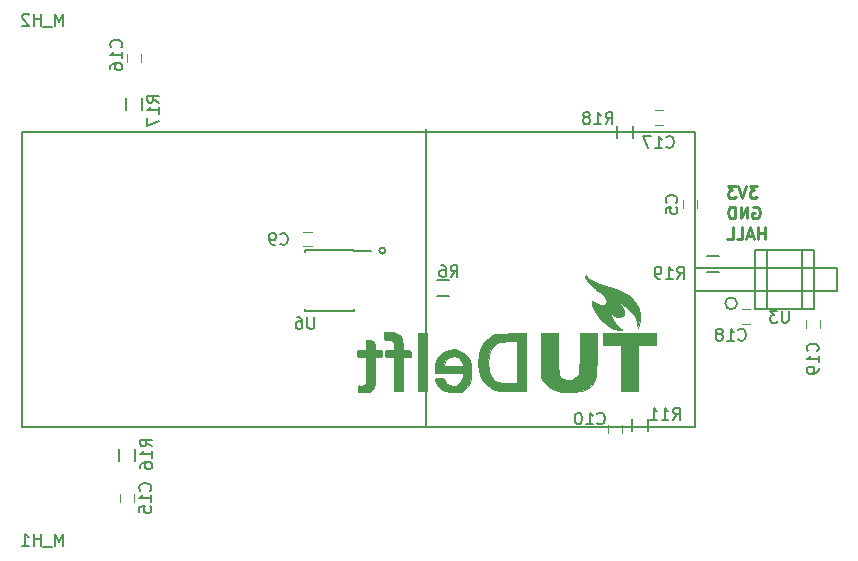
<source format=gbr>
G04 #@! TF.FileFunction,Legend,Bot*
%FSLAX46Y46*%
G04 Gerber Fmt 4.6, Leading zero omitted, Abs format (unit mm)*
G04 Created by KiCad (PCBNEW 4.0.4-stable) date 02/07/17 14:21:35*
%MOMM*%
%LPD*%
G01*
G04 APERTURE LIST*
%ADD10C,0.100000*%
%ADD11C,0.250000*%
%ADD12C,0.200000*%
%ADD13C,0.150000*%
%ADD14C,0.120000*%
%ADD15C,0.010000*%
G04 APERTURE END LIST*
D10*
D11*
X149949048Y-76322381D02*
X149330000Y-76322381D01*
X149663334Y-76703333D01*
X149520476Y-76703333D01*
X149425238Y-76750952D01*
X149377619Y-76798571D01*
X149330000Y-76893810D01*
X149330000Y-77131905D01*
X149377619Y-77227143D01*
X149425238Y-77274762D01*
X149520476Y-77322381D01*
X149806191Y-77322381D01*
X149901429Y-77274762D01*
X149949048Y-77227143D01*
X149044286Y-76322381D02*
X148710953Y-77322381D01*
X148377619Y-76322381D01*
X148139524Y-76322381D02*
X147520476Y-76322381D01*
X147853810Y-76703333D01*
X147710952Y-76703333D01*
X147615714Y-76750952D01*
X147568095Y-76798571D01*
X147520476Y-76893810D01*
X147520476Y-77131905D01*
X147568095Y-77227143D01*
X147615714Y-77274762D01*
X147710952Y-77322381D01*
X147996667Y-77322381D01*
X148091905Y-77274762D01*
X148139524Y-77227143D01*
X149615714Y-78120000D02*
X149710952Y-78072381D01*
X149853809Y-78072381D01*
X149996667Y-78120000D01*
X150091905Y-78215238D01*
X150139524Y-78310476D01*
X150187143Y-78500952D01*
X150187143Y-78643810D01*
X150139524Y-78834286D01*
X150091905Y-78929524D01*
X149996667Y-79024762D01*
X149853809Y-79072381D01*
X149758571Y-79072381D01*
X149615714Y-79024762D01*
X149568095Y-78977143D01*
X149568095Y-78643810D01*
X149758571Y-78643810D01*
X149139524Y-79072381D02*
X149139524Y-78072381D01*
X148568095Y-79072381D01*
X148568095Y-78072381D01*
X148091905Y-79072381D02*
X148091905Y-78072381D01*
X147853810Y-78072381D01*
X147710952Y-78120000D01*
X147615714Y-78215238D01*
X147568095Y-78310476D01*
X147520476Y-78500952D01*
X147520476Y-78643810D01*
X147568095Y-78834286D01*
X147615714Y-78929524D01*
X147710952Y-79024762D01*
X147853810Y-79072381D01*
X148091905Y-79072381D01*
X150615715Y-80822381D02*
X150615715Y-79822381D01*
X150615715Y-80298571D02*
X150044286Y-80298571D01*
X150044286Y-80822381D02*
X150044286Y-79822381D01*
X149615715Y-80536667D02*
X149139524Y-80536667D01*
X149710953Y-80822381D02*
X149377620Y-79822381D01*
X149044286Y-80822381D01*
X148234762Y-80822381D02*
X148710953Y-80822381D01*
X148710953Y-79822381D01*
X147425238Y-80822381D02*
X147901429Y-80822381D01*
X147901429Y-79822381D01*
D12*
X118492982Y-81800000D02*
G75*
G03X118492982Y-81800000I-252982J0D01*
G01*
X156695000Y-85245000D02*
X144695000Y-85245000D01*
X156695000Y-83245000D02*
X156695000Y-85245000D01*
X144695000Y-83245000D02*
X156695000Y-83245000D01*
X121945000Y-71495000D02*
X121945000Y-96745000D01*
X87695000Y-71745000D02*
X144695000Y-71745000D01*
X87695000Y-96745000D02*
X87695000Y-71745000D01*
X144695000Y-96745000D02*
X87695000Y-96745000D01*
X144695000Y-84245000D02*
X144695000Y-96745000D01*
X144695000Y-84245000D02*
X144695000Y-71745000D01*
D13*
X122850000Y-85635000D02*
X123850000Y-85635000D01*
X123850000Y-84285000D02*
X122850000Y-84285000D01*
D14*
X143680000Y-77520000D02*
X143680000Y-78220000D01*
X144880000Y-78220000D02*
X144880000Y-77520000D01*
X111545000Y-81415000D02*
X112245000Y-81415000D01*
X112245000Y-80215000D02*
X111545000Y-80215000D01*
X96020000Y-102400000D02*
X96020000Y-103100000D01*
X97220000Y-103100000D02*
X97220000Y-102400000D01*
X97790000Y-65860000D02*
X97790000Y-65160000D01*
X96590000Y-65160000D02*
X96590000Y-65860000D01*
D13*
X95945000Y-98590000D02*
X95945000Y-99590000D01*
X97295000Y-99590000D02*
X97295000Y-98590000D01*
X97875000Y-69870000D02*
X97875000Y-68870000D01*
X96525000Y-68870000D02*
X96525000Y-69870000D01*
X153770000Y-86760000D02*
X153770000Y-81760000D01*
X150770000Y-86760000D02*
X150770000Y-81760000D01*
X148270000Y-86260000D02*
G75*
G03X148270000Y-86260000I-500000J0D01*
G01*
X149770000Y-86760000D02*
X149770000Y-81760000D01*
X149770000Y-81760000D02*
X154770000Y-81760000D01*
X154770000Y-81760000D02*
X154770000Y-86760000D01*
X154770000Y-86760000D02*
X149770000Y-86760000D01*
X115860000Y-81750000D02*
X115860000Y-81800000D01*
X111710000Y-81750000D02*
X111710000Y-81895000D01*
X111710000Y-86900000D02*
X111710000Y-86755000D01*
X115860000Y-86900000D02*
X115860000Y-86755000D01*
X115860000Y-81750000D02*
X111710000Y-81750000D01*
X115860000Y-86900000D02*
X111710000Y-86900000D01*
X115860000Y-81800000D02*
X117260000Y-81800000D01*
D15*
G36*
X134946342Y-90537448D02*
X134920334Y-92280228D01*
X134643831Y-92527114D01*
X134301779Y-92728856D01*
X133921781Y-92771116D01*
X133535613Y-92653350D01*
X133395852Y-92566911D01*
X133289329Y-92455890D01*
X133211621Y-92297843D01*
X133158309Y-92070324D01*
X133124971Y-91750891D01*
X133107188Y-91317099D01*
X133100538Y-90746505D01*
X133100000Y-90441683D01*
X133100000Y-88794667D01*
X131649027Y-88794667D01*
X131676014Y-90692625D01*
X131703000Y-92590583D01*
X131957775Y-92952832D01*
X132256053Y-93273749D01*
X132628778Y-93529559D01*
X132632288Y-93531374D01*
X132852343Y-93633235D01*
X133069023Y-93699421D01*
X133330836Y-93738630D01*
X133686290Y-93759558D01*
X133943847Y-93766525D01*
X134525238Y-93761936D01*
X134945037Y-93719918D01*
X135145141Y-93667902D01*
X135564813Y-93470610D01*
X135871578Y-93223961D01*
X136121824Y-92882159D01*
X136130304Y-92867822D01*
X136205492Y-92735864D01*
X136262501Y-92613050D01*
X136304259Y-92473918D01*
X136333689Y-92293007D01*
X136353719Y-92044856D01*
X136367274Y-91704002D01*
X136377280Y-91244984D01*
X136386663Y-90642341D01*
X136386754Y-90636167D01*
X136413840Y-88794667D01*
X134972351Y-88794667D01*
X134946342Y-90537448D01*
X134946342Y-90537448D01*
G37*
X134946342Y-90537448D02*
X134920334Y-92280228D01*
X134643831Y-92527114D01*
X134301779Y-92728856D01*
X133921781Y-92771116D01*
X133535613Y-92653350D01*
X133395852Y-92566911D01*
X133289329Y-92455890D01*
X133211621Y-92297843D01*
X133158309Y-92070324D01*
X133124971Y-91750891D01*
X133107188Y-91317099D01*
X133100538Y-90746505D01*
X133100000Y-90441683D01*
X133100000Y-88794667D01*
X131649027Y-88794667D01*
X131676014Y-90692625D01*
X131703000Y-92590583D01*
X131957775Y-92952832D01*
X132256053Y-93273749D01*
X132628778Y-93529559D01*
X132632288Y-93531374D01*
X132852343Y-93633235D01*
X133069023Y-93699421D01*
X133330836Y-93738630D01*
X133686290Y-93759558D01*
X133943847Y-93766525D01*
X134525238Y-93761936D01*
X134945037Y-93719918D01*
X135145141Y-93667902D01*
X135564813Y-93470610D01*
X135871578Y-93223961D01*
X136121824Y-92882159D01*
X136130304Y-92867822D01*
X136205492Y-92735864D01*
X136262501Y-92613050D01*
X136304259Y-92473918D01*
X136333689Y-92293007D01*
X136353719Y-92044856D01*
X136367274Y-91704002D01*
X136377280Y-91244984D01*
X136386663Y-90642341D01*
X136386754Y-90636167D01*
X136413840Y-88794667D01*
X134972351Y-88794667D01*
X134946342Y-90537448D01*
G36*
X123880604Y-90186974D02*
X123444774Y-90339834D01*
X123077496Y-90615655D01*
X122825826Y-91005816D01*
X122699433Y-91492552D01*
X122686000Y-91733607D01*
X122686000Y-92181334D01*
X125078823Y-92181334D01*
X125028352Y-92498834D01*
X124914332Y-92803063D01*
X124701687Y-93064084D01*
X124436285Y-93237045D01*
X124227504Y-93282000D01*
X123913796Y-93206470D01*
X123652337Y-93008541D01*
X123529419Y-92807789D01*
X123455404Y-92680105D01*
X123325983Y-92620326D01*
X123086703Y-92604719D01*
X123063391Y-92604667D01*
X122828467Y-92611351D01*
X122724791Y-92645934D01*
X122714390Y-92730215D01*
X122731511Y-92795167D01*
X122917052Y-93221691D01*
X123189947Y-93521549D01*
X123566981Y-93705667D01*
X124064934Y-93784970D01*
X124259659Y-93790000D01*
X124620671Y-93777954D01*
X124872448Y-93733339D01*
X125073921Y-93643442D01*
X125142615Y-93599500D01*
X125439658Y-93332092D01*
X125637117Y-92988229D01*
X125745708Y-92541070D01*
X125776334Y-92012000D01*
X125769518Y-91635101D01*
X125759721Y-91543614D01*
X125056667Y-91543614D01*
X124978136Y-91562974D01*
X124767056Y-91578166D01*
X124460201Y-91587132D01*
X124252334Y-91588667D01*
X123871467Y-91584502D01*
X123630528Y-91568792D01*
X123500242Y-91536711D01*
X123451337Y-91483435D01*
X123448000Y-91456101D01*
X123507262Y-91224480D01*
X123652130Y-90980866D01*
X123779330Y-90850526D01*
X123992181Y-90768143D01*
X124278936Y-90749355D01*
X124555907Y-90795807D01*
X124646068Y-90833482D01*
X124776260Y-90960895D01*
X124916397Y-91174915D01*
X125023542Y-91401286D01*
X125056667Y-91543614D01*
X125759721Y-91543614D01*
X125741115Y-91369890D01*
X125679194Y-91158996D01*
X125571821Y-90945049D01*
X125544697Y-90898299D01*
X125233013Y-90522983D01*
X124830939Y-90273784D01*
X124369721Y-90159011D01*
X123880604Y-90186974D01*
X123880604Y-90186974D01*
G37*
X123880604Y-90186974D02*
X123444774Y-90339834D01*
X123077496Y-90615655D01*
X122825826Y-91005816D01*
X122699433Y-91492552D01*
X122686000Y-91733607D01*
X122686000Y-92181334D01*
X125078823Y-92181334D01*
X125028352Y-92498834D01*
X124914332Y-92803063D01*
X124701687Y-93064084D01*
X124436285Y-93237045D01*
X124227504Y-93282000D01*
X123913796Y-93206470D01*
X123652337Y-93008541D01*
X123529419Y-92807789D01*
X123455404Y-92680105D01*
X123325983Y-92620326D01*
X123086703Y-92604719D01*
X123063391Y-92604667D01*
X122828467Y-92611351D01*
X122724791Y-92645934D01*
X122714390Y-92730215D01*
X122731511Y-92795167D01*
X122917052Y-93221691D01*
X123189947Y-93521549D01*
X123566981Y-93705667D01*
X124064934Y-93784970D01*
X124259659Y-93790000D01*
X124620671Y-93777954D01*
X124872448Y-93733339D01*
X125073921Y-93643442D01*
X125142615Y-93599500D01*
X125439658Y-93332092D01*
X125637117Y-92988229D01*
X125745708Y-92541070D01*
X125776334Y-92012000D01*
X125769518Y-91635101D01*
X125759721Y-91543614D01*
X125056667Y-91543614D01*
X124978136Y-91562974D01*
X124767056Y-91578166D01*
X124460201Y-91587132D01*
X124252334Y-91588667D01*
X123871467Y-91584502D01*
X123630528Y-91568792D01*
X123500242Y-91536711D01*
X123451337Y-91483435D01*
X123448000Y-91456101D01*
X123507262Y-91224480D01*
X123652130Y-90980866D01*
X123779330Y-90850526D01*
X123992181Y-90768143D01*
X124278936Y-90749355D01*
X124555907Y-90795807D01*
X124646068Y-90833482D01*
X124776260Y-90960895D01*
X124916397Y-91174915D01*
X125023542Y-91401286D01*
X125056667Y-91543614D01*
X125759721Y-91543614D01*
X125741115Y-91369890D01*
X125679194Y-91158996D01*
X125571821Y-90945049D01*
X125544697Y-90898299D01*
X125233013Y-90522983D01*
X124830939Y-90273784D01*
X124369721Y-90159011D01*
X123880604Y-90186974D01*
G36*
X116869364Y-89370475D02*
X116847476Y-89514131D01*
X116844000Y-89762628D01*
X116844000Y-90234000D01*
X116463000Y-90234000D01*
X116228897Y-90240326D01*
X116118042Y-90283200D01*
X116084351Y-90398464D01*
X116082000Y-90530334D01*
X116090134Y-90712414D01*
X116145257Y-90798634D01*
X116293454Y-90824839D01*
X116463000Y-90826667D01*
X116844000Y-90826667D01*
X116844000Y-91966688D01*
X116841843Y-92431247D01*
X116832972Y-92754792D01*
X116813787Y-92965614D01*
X116780689Y-93092005D01*
X116730078Y-93162255D01*
X116688355Y-93190008D01*
X116479962Y-93237836D01*
X116349689Y-93225445D01*
X116228352Y-93213530D01*
X116176931Y-93291581D01*
X116166667Y-93483792D01*
X116166667Y-93790000D01*
X116678516Y-93790000D01*
X116989083Y-93778335D01*
X117191007Y-93731831D01*
X117344064Y-93633226D01*
X117398182Y-93582182D01*
X117478044Y-93495678D01*
X117534288Y-93402606D01*
X117571050Y-93273481D01*
X117592464Y-93078818D01*
X117602668Y-92789129D01*
X117605797Y-92374929D01*
X117606000Y-92100515D01*
X117606000Y-90826667D01*
X117902334Y-90826667D01*
X118100946Y-90813560D01*
X118182398Y-90739614D01*
X118198630Y-90552889D01*
X118198667Y-90530334D01*
X118185561Y-90331722D01*
X118111614Y-90250269D01*
X117924889Y-90234037D01*
X117902334Y-90234000D01*
X117713007Y-90223867D01*
X117628575Y-90161017D01*
X117606710Y-89996776D01*
X117606000Y-89893238D01*
X117597486Y-89700393D01*
X117548375Y-89576079D01*
X117423317Y-89486730D01*
X117186962Y-89398780D01*
X117034500Y-89350600D01*
X116926197Y-89327877D01*
X116869364Y-89370475D01*
X116869364Y-89370475D01*
G37*
X116869364Y-89370475D02*
X116847476Y-89514131D01*
X116844000Y-89762628D01*
X116844000Y-90234000D01*
X116463000Y-90234000D01*
X116228897Y-90240326D01*
X116118042Y-90283200D01*
X116084351Y-90398464D01*
X116082000Y-90530334D01*
X116090134Y-90712414D01*
X116145257Y-90798634D01*
X116293454Y-90824839D01*
X116463000Y-90826667D01*
X116844000Y-90826667D01*
X116844000Y-91966688D01*
X116841843Y-92431247D01*
X116832972Y-92754792D01*
X116813787Y-92965614D01*
X116780689Y-93092005D01*
X116730078Y-93162255D01*
X116688355Y-93190008D01*
X116479962Y-93237836D01*
X116349689Y-93225445D01*
X116228352Y-93213530D01*
X116176931Y-93291581D01*
X116166667Y-93483792D01*
X116166667Y-93790000D01*
X116678516Y-93790000D01*
X116989083Y-93778335D01*
X117191007Y-93731831D01*
X117344064Y-93633226D01*
X117398182Y-93582182D01*
X117478044Y-93495678D01*
X117534288Y-93402606D01*
X117571050Y-93273481D01*
X117592464Y-93078818D01*
X117602668Y-92789129D01*
X117605797Y-92374929D01*
X117606000Y-92100515D01*
X117606000Y-90826667D01*
X117902334Y-90826667D01*
X118100946Y-90813560D01*
X118182398Y-90739614D01*
X118198630Y-90552889D01*
X118198667Y-90530334D01*
X118185561Y-90331722D01*
X118111614Y-90250269D01*
X117924889Y-90234037D01*
X117902334Y-90234000D01*
X117713007Y-90223867D01*
X117628575Y-90161017D01*
X117606710Y-89996776D01*
X117606000Y-89893238D01*
X117597486Y-89700393D01*
X117548375Y-89576079D01*
X117423317Y-89486730D01*
X117186962Y-89398780D01*
X117034500Y-89350600D01*
X116926197Y-89327877D01*
X116869364Y-89370475D01*
G36*
X136910000Y-89810667D02*
X138434000Y-89810667D01*
X138434000Y-93705334D01*
X139873334Y-93705334D01*
X139873334Y-89810667D01*
X141397334Y-89810667D01*
X141397334Y-88794667D01*
X136910000Y-88794667D01*
X136910000Y-89810667D01*
X136910000Y-89810667D01*
G37*
X136910000Y-89810667D02*
X138434000Y-89810667D01*
X138434000Y-93705334D01*
X139873334Y-93705334D01*
X139873334Y-89810667D01*
X141397334Y-89810667D01*
X141397334Y-88794667D01*
X136910000Y-88794667D01*
X136910000Y-89810667D01*
G36*
X129099500Y-88808235D02*
X128601570Y-88820739D01*
X128239414Y-88836079D01*
X127979492Y-88859565D01*
X127788262Y-88896504D01*
X127632185Y-88952203D01*
X127477719Y-89031972D01*
X127399597Y-89077253D01*
X126967263Y-89423489D01*
X126649254Y-89889019D01*
X126442194Y-90479222D01*
X126404356Y-90663532D01*
X126348461Y-91340008D01*
X126421723Y-91973587D01*
X126615609Y-92540613D01*
X126921586Y-93017431D01*
X127331122Y-93380386D01*
X127399597Y-93422748D01*
X127564314Y-93515111D01*
X127715512Y-93581011D01*
X127886732Y-93625755D01*
X128111514Y-93654653D01*
X128423399Y-93673011D01*
X128855929Y-93686137D01*
X129099500Y-93691766D01*
X130390667Y-93720531D01*
X130390667Y-93028000D01*
X129628667Y-93028000D01*
X128942963Y-93028000D01*
X128421478Y-93002175D01*
X128049491Y-92923561D01*
X127961741Y-92887768D01*
X127729822Y-92727168D01*
X127503927Y-92493343D01*
X127440945Y-92407242D01*
X127331385Y-92224542D01*
X127264272Y-92048502D01*
X127229469Y-91829239D01*
X127216838Y-91516867D01*
X127215667Y-91298641D01*
X127242565Y-90745748D01*
X127330759Y-90323782D01*
X127491499Y-90001899D01*
X127736033Y-89749257D01*
X127797605Y-89703166D01*
X127961030Y-89607592D01*
X128157291Y-89545717D01*
X128431309Y-89508190D01*
X128828005Y-89485657D01*
X128845500Y-89484994D01*
X129628667Y-89455654D01*
X129628667Y-93028000D01*
X130390667Y-93028000D01*
X130390667Y-88779469D01*
X129099500Y-88808235D01*
X129099500Y-88808235D01*
G37*
X129099500Y-88808235D02*
X128601570Y-88820739D01*
X128239414Y-88836079D01*
X127979492Y-88859565D01*
X127788262Y-88896504D01*
X127632185Y-88952203D01*
X127477719Y-89031972D01*
X127399597Y-89077253D01*
X126967263Y-89423489D01*
X126649254Y-89889019D01*
X126442194Y-90479222D01*
X126404356Y-90663532D01*
X126348461Y-91340008D01*
X126421723Y-91973587D01*
X126615609Y-92540613D01*
X126921586Y-93017431D01*
X127331122Y-93380386D01*
X127399597Y-93422748D01*
X127564314Y-93515111D01*
X127715512Y-93581011D01*
X127886732Y-93625755D01*
X128111514Y-93654653D01*
X128423399Y-93673011D01*
X128855929Y-93686137D01*
X129099500Y-93691766D01*
X130390667Y-93720531D01*
X130390667Y-93028000D01*
X129628667Y-93028000D01*
X128942963Y-93028000D01*
X128421478Y-93002175D01*
X128049491Y-92923561D01*
X127961741Y-92887768D01*
X127729822Y-92727168D01*
X127503927Y-92493343D01*
X127440945Y-92407242D01*
X127331385Y-92224542D01*
X127264272Y-92048502D01*
X127229469Y-91829239D01*
X127216838Y-91516867D01*
X127215667Y-91298641D01*
X127242565Y-90745748D01*
X127330759Y-90323782D01*
X127491499Y-90001899D01*
X127736033Y-89749257D01*
X127797605Y-89703166D01*
X127961030Y-89607592D01*
X128157291Y-89545717D01*
X128431309Y-89508190D01*
X128828005Y-89485657D01*
X128845500Y-89484994D01*
X129628667Y-89455654D01*
X129628667Y-93028000D01*
X130390667Y-93028000D01*
X130390667Y-88779469D01*
X129099500Y-88808235D01*
G36*
X121246667Y-93705334D02*
X122008667Y-93705334D01*
X122008667Y-88794667D01*
X121246667Y-88794667D01*
X121246667Y-93705334D01*
X121246667Y-93705334D01*
G37*
X121246667Y-93705334D02*
X122008667Y-93705334D01*
X122008667Y-88794667D01*
X121246667Y-88794667D01*
X121246667Y-93705334D01*
G36*
X118368000Y-89057845D02*
X118376178Y-89276140D01*
X118419274Y-89365328D01*
X118525135Y-89365486D01*
X118573791Y-89354040D01*
X118813310Y-89344556D01*
X118997125Y-89385100D01*
X119133932Y-89460125D01*
X119197637Y-89584253D01*
X119214536Y-89813791D01*
X119214667Y-89850905D01*
X119214667Y-90234000D01*
X118833667Y-90234000D01*
X118599564Y-90240326D01*
X118488709Y-90283200D01*
X118455017Y-90398464D01*
X118452667Y-90530334D01*
X118460801Y-90712414D01*
X118515924Y-90798634D01*
X118664121Y-90824839D01*
X118833667Y-90826667D01*
X119214667Y-90826667D01*
X119214667Y-93705334D01*
X119976667Y-93705334D01*
X119976667Y-90826667D01*
X120315334Y-90826667D01*
X120532170Y-90817696D01*
X120628533Y-90762304D01*
X120653243Y-90617774D01*
X120654000Y-90530334D01*
X120643748Y-90340602D01*
X120580443Y-90256284D01*
X120415266Y-90234663D01*
X120315334Y-90234000D01*
X119976667Y-90234000D01*
X119976667Y-89806462D01*
X119930524Y-89356252D01*
X119783588Y-89034311D01*
X119523094Y-88828438D01*
X119136281Y-88726433D01*
X118829683Y-88710000D01*
X118368000Y-88710000D01*
X118368000Y-89057845D01*
X118368000Y-89057845D01*
G37*
X118368000Y-89057845D02*
X118376178Y-89276140D01*
X118419274Y-89365328D01*
X118525135Y-89365486D01*
X118573791Y-89354040D01*
X118813310Y-89344556D01*
X118997125Y-89385100D01*
X119133932Y-89460125D01*
X119197637Y-89584253D01*
X119214536Y-89813791D01*
X119214667Y-89850905D01*
X119214667Y-90234000D01*
X118833667Y-90234000D01*
X118599564Y-90240326D01*
X118488709Y-90283200D01*
X118455017Y-90398464D01*
X118452667Y-90530334D01*
X118460801Y-90712414D01*
X118515924Y-90798634D01*
X118664121Y-90824839D01*
X118833667Y-90826667D01*
X119214667Y-90826667D01*
X119214667Y-93705334D01*
X119976667Y-93705334D01*
X119976667Y-90826667D01*
X120315334Y-90826667D01*
X120532170Y-90817696D01*
X120628533Y-90762304D01*
X120653243Y-90617774D01*
X120654000Y-90530334D01*
X120643748Y-90340602D01*
X120580443Y-90256284D01*
X120415266Y-90234663D01*
X120315334Y-90234000D01*
X119976667Y-90234000D01*
X119976667Y-89806462D01*
X119930524Y-89356252D01*
X119783588Y-89034311D01*
X119523094Y-88828438D01*
X119136281Y-88726433D01*
X118829683Y-88710000D01*
X118368000Y-88710000D01*
X118368000Y-89057845D01*
G36*
X135411358Y-83928731D02*
X135386000Y-84048612D01*
X135439570Y-84234063D01*
X135608015Y-84459816D01*
X135902945Y-84738436D01*
X136335966Y-85082487D01*
X136352858Y-85095187D01*
X136755663Y-85412842D01*
X137024885Y-85666297D01*
X137174511Y-85874393D01*
X137218531Y-86055970D01*
X137180521Y-86209887D01*
X137023499Y-86381810D01*
X136783729Y-86418861D01*
X136481037Y-86320897D01*
X136304874Y-86216225D01*
X136110111Y-86099817D01*
X135977572Y-86049915D01*
X135953010Y-86054547D01*
X135948294Y-86163226D01*
X136006132Y-86374912D01*
X136109363Y-86643215D01*
X136240825Y-86921745D01*
X136336806Y-87092043D01*
X136675948Y-87556048D01*
X137074591Y-87961905D01*
X137487032Y-88265463D01*
X137629667Y-88341002D01*
X137923503Y-88455870D01*
X138195991Y-88524299D01*
X138406121Y-88540143D01*
X138512882Y-88497253D01*
X138518667Y-88474255D01*
X138453059Y-88390601D01*
X138292897Y-88274739D01*
X138270884Y-88261474D01*
X137993215Y-88019157D01*
X137759870Y-87671993D01*
X137622909Y-87317514D01*
X137560618Y-87068028D01*
X137797060Y-87254014D01*
X138062181Y-87395733D01*
X138333685Y-87435464D01*
X138552770Y-87366923D01*
X138586400Y-87338400D01*
X138673643Y-87147834D01*
X138672647Y-86892147D01*
X138584796Y-86649894D01*
X138573984Y-86633339D01*
X138382655Y-86347240D01*
X138287822Y-86182621D01*
X138296320Y-86137247D01*
X138414981Y-86208878D01*
X138650637Y-86395277D01*
X138834949Y-86547869D01*
X139233038Y-86903686D01*
X139507133Y-87216270D01*
X139681693Y-87523845D01*
X139781178Y-87864634D01*
X139812192Y-88075000D01*
X139840665Y-88329000D01*
X139941666Y-88090655D01*
X140036319Y-87693377D01*
X140035319Y-87224798D01*
X139943383Y-86750002D01*
X139821895Y-86437550D01*
X139549169Y-86022897D01*
X139163240Y-85659022D01*
X138650368Y-85337353D01*
X137996810Y-85049315D01*
X137188825Y-84786336D01*
X137164000Y-84779293D01*
X136652413Y-84615978D01*
X136211368Y-84438865D01*
X135867280Y-84260905D01*
X135646560Y-84095046D01*
X135583414Y-84004387D01*
X135494455Y-83891711D01*
X135411358Y-83928731D01*
X135411358Y-83928731D01*
G37*
X135411358Y-83928731D02*
X135386000Y-84048612D01*
X135439570Y-84234063D01*
X135608015Y-84459816D01*
X135902945Y-84738436D01*
X136335966Y-85082487D01*
X136352858Y-85095187D01*
X136755663Y-85412842D01*
X137024885Y-85666297D01*
X137174511Y-85874393D01*
X137218531Y-86055970D01*
X137180521Y-86209887D01*
X137023499Y-86381810D01*
X136783729Y-86418861D01*
X136481037Y-86320897D01*
X136304874Y-86216225D01*
X136110111Y-86099817D01*
X135977572Y-86049915D01*
X135953010Y-86054547D01*
X135948294Y-86163226D01*
X136006132Y-86374912D01*
X136109363Y-86643215D01*
X136240825Y-86921745D01*
X136336806Y-87092043D01*
X136675948Y-87556048D01*
X137074591Y-87961905D01*
X137487032Y-88265463D01*
X137629667Y-88341002D01*
X137923503Y-88455870D01*
X138195991Y-88524299D01*
X138406121Y-88540143D01*
X138512882Y-88497253D01*
X138518667Y-88474255D01*
X138453059Y-88390601D01*
X138292897Y-88274739D01*
X138270884Y-88261474D01*
X137993215Y-88019157D01*
X137759870Y-87671993D01*
X137622909Y-87317514D01*
X137560618Y-87068028D01*
X137797060Y-87254014D01*
X138062181Y-87395733D01*
X138333685Y-87435464D01*
X138552770Y-87366923D01*
X138586400Y-87338400D01*
X138673643Y-87147834D01*
X138672647Y-86892147D01*
X138584796Y-86649894D01*
X138573984Y-86633339D01*
X138382655Y-86347240D01*
X138287822Y-86182621D01*
X138296320Y-86137247D01*
X138414981Y-86208878D01*
X138650637Y-86395277D01*
X138834949Y-86547869D01*
X139233038Y-86903686D01*
X139507133Y-87216270D01*
X139681693Y-87523845D01*
X139781178Y-87864634D01*
X139812192Y-88075000D01*
X139840665Y-88329000D01*
X139941666Y-88090655D01*
X140036319Y-87693377D01*
X140035319Y-87224798D01*
X139943383Y-86750002D01*
X139821895Y-86437550D01*
X139549169Y-86022897D01*
X139163240Y-85659022D01*
X138650368Y-85337353D01*
X137996810Y-85049315D01*
X137188825Y-84786336D01*
X137164000Y-84779293D01*
X136652413Y-84615978D01*
X136211368Y-84438865D01*
X135867280Y-84260905D01*
X135646560Y-84095046D01*
X135583414Y-84004387D01*
X135494455Y-83891711D01*
X135411358Y-83928731D01*
D14*
X138550000Y-97260000D02*
X138550000Y-96560000D01*
X137350000Y-96560000D02*
X137350000Y-97260000D01*
X141310000Y-71120000D02*
X142010000Y-71120000D01*
X142010000Y-69920000D02*
X141310000Y-69920000D01*
D13*
X139355000Y-96060000D02*
X139355000Y-97060000D01*
X140705000Y-97060000D02*
X140705000Y-96060000D01*
X139445000Y-72230000D02*
X139445000Y-71230000D01*
X138095000Y-71230000D02*
X138095000Y-72230000D01*
D14*
X149400000Y-86770000D02*
X148700000Y-86770000D01*
X148700000Y-87970000D02*
X149400000Y-87970000D01*
X154130000Y-87630000D02*
X154130000Y-88330000D01*
X155330000Y-88330000D02*
X155330000Y-87630000D01*
D13*
X145760000Y-83595000D02*
X146760000Y-83595000D01*
X146760000Y-82245000D02*
X145760000Y-82245000D01*
X124026666Y-84032381D02*
X124360000Y-83556190D01*
X124598095Y-84032381D02*
X124598095Y-83032381D01*
X124217142Y-83032381D01*
X124121904Y-83080000D01*
X124074285Y-83127619D01*
X124026666Y-83222857D01*
X124026666Y-83365714D01*
X124074285Y-83460952D01*
X124121904Y-83508571D01*
X124217142Y-83556190D01*
X124598095Y-83556190D01*
X123169523Y-83032381D02*
X123360000Y-83032381D01*
X123455238Y-83080000D01*
X123502857Y-83127619D01*
X123598095Y-83270476D01*
X123645714Y-83460952D01*
X123645714Y-83841905D01*
X123598095Y-83937143D01*
X123550476Y-83984762D01*
X123455238Y-84032381D01*
X123264761Y-84032381D01*
X123169523Y-83984762D01*
X123121904Y-83937143D01*
X123074285Y-83841905D01*
X123074285Y-83603810D01*
X123121904Y-83508571D01*
X123169523Y-83460952D01*
X123264761Y-83413333D01*
X123455238Y-83413333D01*
X123550476Y-83460952D01*
X123598095Y-83508571D01*
X123645714Y-83603810D01*
X143122143Y-77728334D02*
X143169762Y-77680715D01*
X143217381Y-77537858D01*
X143217381Y-77442620D01*
X143169762Y-77299762D01*
X143074524Y-77204524D01*
X142979286Y-77156905D01*
X142788810Y-77109286D01*
X142645952Y-77109286D01*
X142455476Y-77156905D01*
X142360238Y-77204524D01*
X142265000Y-77299762D01*
X142217381Y-77442620D01*
X142217381Y-77537858D01*
X142265000Y-77680715D01*
X142312619Y-77728334D01*
X142217381Y-78633096D02*
X142217381Y-78156905D01*
X142693571Y-78109286D01*
X142645952Y-78156905D01*
X142598333Y-78252143D01*
X142598333Y-78490239D01*
X142645952Y-78585477D01*
X142693571Y-78633096D01*
X142788810Y-78680715D01*
X143026905Y-78680715D01*
X143122143Y-78633096D01*
X143169762Y-78585477D01*
X143217381Y-78490239D01*
X143217381Y-78252143D01*
X143169762Y-78156905D01*
X143122143Y-78109286D01*
X109606666Y-81207143D02*
X109654285Y-81254762D01*
X109797142Y-81302381D01*
X109892380Y-81302381D01*
X110035238Y-81254762D01*
X110130476Y-81159524D01*
X110178095Y-81064286D01*
X110225714Y-80873810D01*
X110225714Y-80730952D01*
X110178095Y-80540476D01*
X110130476Y-80445238D01*
X110035238Y-80350000D01*
X109892380Y-80302381D01*
X109797142Y-80302381D01*
X109654285Y-80350000D01*
X109606666Y-80397619D01*
X109130476Y-81302381D02*
X108940000Y-81302381D01*
X108844761Y-81254762D01*
X108797142Y-81207143D01*
X108701904Y-81064286D01*
X108654285Y-80873810D01*
X108654285Y-80492857D01*
X108701904Y-80397619D01*
X108749523Y-80350000D01*
X108844761Y-80302381D01*
X109035238Y-80302381D01*
X109130476Y-80350000D01*
X109178095Y-80397619D01*
X109225714Y-80492857D01*
X109225714Y-80730952D01*
X109178095Y-80826190D01*
X109130476Y-80873810D01*
X109035238Y-80921429D01*
X108844761Y-80921429D01*
X108749523Y-80873810D01*
X108701904Y-80826190D01*
X108654285Y-80730952D01*
X98567143Y-102107143D02*
X98614762Y-102059524D01*
X98662381Y-101916667D01*
X98662381Y-101821429D01*
X98614762Y-101678571D01*
X98519524Y-101583333D01*
X98424286Y-101535714D01*
X98233810Y-101488095D01*
X98090952Y-101488095D01*
X97900476Y-101535714D01*
X97805238Y-101583333D01*
X97710000Y-101678571D01*
X97662381Y-101821429D01*
X97662381Y-101916667D01*
X97710000Y-102059524D01*
X97757619Y-102107143D01*
X98662381Y-103059524D02*
X98662381Y-102488095D01*
X98662381Y-102773809D02*
X97662381Y-102773809D01*
X97805238Y-102678571D01*
X97900476Y-102583333D01*
X97948095Y-102488095D01*
X97662381Y-103964286D02*
X97662381Y-103488095D01*
X98138571Y-103440476D01*
X98090952Y-103488095D01*
X98043333Y-103583333D01*
X98043333Y-103821429D01*
X98090952Y-103916667D01*
X98138571Y-103964286D01*
X98233810Y-104011905D01*
X98471905Y-104011905D01*
X98567143Y-103964286D01*
X98614762Y-103916667D01*
X98662381Y-103821429D01*
X98662381Y-103583333D01*
X98614762Y-103488095D01*
X98567143Y-103440476D01*
X96112143Y-64577143D02*
X96159762Y-64529524D01*
X96207381Y-64386667D01*
X96207381Y-64291429D01*
X96159762Y-64148571D01*
X96064524Y-64053333D01*
X95969286Y-64005714D01*
X95778810Y-63958095D01*
X95635952Y-63958095D01*
X95445476Y-64005714D01*
X95350238Y-64053333D01*
X95255000Y-64148571D01*
X95207381Y-64291429D01*
X95207381Y-64386667D01*
X95255000Y-64529524D01*
X95302619Y-64577143D01*
X96207381Y-65529524D02*
X96207381Y-64958095D01*
X96207381Y-65243809D02*
X95207381Y-65243809D01*
X95350238Y-65148571D01*
X95445476Y-65053333D01*
X95493095Y-64958095D01*
X95207381Y-66386667D02*
X95207381Y-66196190D01*
X95255000Y-66100952D01*
X95302619Y-66053333D01*
X95445476Y-65958095D01*
X95635952Y-65910476D01*
X96016905Y-65910476D01*
X96112143Y-65958095D01*
X96159762Y-66005714D01*
X96207381Y-66100952D01*
X96207381Y-66291429D01*
X96159762Y-66386667D01*
X96112143Y-66434286D01*
X96016905Y-66481905D01*
X95778810Y-66481905D01*
X95683571Y-66434286D01*
X95635952Y-66386667D01*
X95588333Y-66291429D01*
X95588333Y-66100952D01*
X95635952Y-66005714D01*
X95683571Y-65958095D01*
X95778810Y-65910476D01*
X91204286Y-106772381D02*
X91204286Y-105772381D01*
X90870952Y-106486667D01*
X90537619Y-105772381D01*
X90537619Y-106772381D01*
X90299524Y-106867619D02*
X89537619Y-106867619D01*
X89299524Y-106772381D02*
X89299524Y-105772381D01*
X89299524Y-106248571D02*
X88728095Y-106248571D01*
X88728095Y-106772381D02*
X88728095Y-105772381D01*
X87728095Y-106772381D02*
X88299524Y-106772381D01*
X88013810Y-106772381D02*
X88013810Y-105772381D01*
X88109048Y-105915238D01*
X88204286Y-106010476D01*
X88299524Y-106058095D01*
X91204286Y-62742381D02*
X91204286Y-61742381D01*
X90870952Y-62456667D01*
X90537619Y-61742381D01*
X90537619Y-62742381D01*
X90299524Y-62837619D02*
X89537619Y-62837619D01*
X89299524Y-62742381D02*
X89299524Y-61742381D01*
X89299524Y-62218571D02*
X88728095Y-62218571D01*
X88728095Y-62742381D02*
X88728095Y-61742381D01*
X88299524Y-61837619D02*
X88251905Y-61790000D01*
X88156667Y-61742381D01*
X87918571Y-61742381D01*
X87823333Y-61790000D01*
X87775714Y-61837619D01*
X87728095Y-61932857D01*
X87728095Y-62028095D01*
X87775714Y-62170952D01*
X88347143Y-62742381D01*
X87728095Y-62742381D01*
X98742381Y-98377143D02*
X98266190Y-98043809D01*
X98742381Y-97805714D02*
X97742381Y-97805714D01*
X97742381Y-98186667D01*
X97790000Y-98281905D01*
X97837619Y-98329524D01*
X97932857Y-98377143D01*
X98075714Y-98377143D01*
X98170952Y-98329524D01*
X98218571Y-98281905D01*
X98266190Y-98186667D01*
X98266190Y-97805714D01*
X98742381Y-99329524D02*
X98742381Y-98758095D01*
X98742381Y-99043809D02*
X97742381Y-99043809D01*
X97885238Y-98948571D01*
X97980476Y-98853333D01*
X98028095Y-98758095D01*
X97742381Y-100186667D02*
X97742381Y-99996190D01*
X97790000Y-99900952D01*
X97837619Y-99853333D01*
X97980476Y-99758095D01*
X98170952Y-99710476D01*
X98551905Y-99710476D01*
X98647143Y-99758095D01*
X98694762Y-99805714D01*
X98742381Y-99900952D01*
X98742381Y-100091429D01*
X98694762Y-100186667D01*
X98647143Y-100234286D01*
X98551905Y-100281905D01*
X98313810Y-100281905D01*
X98218571Y-100234286D01*
X98170952Y-100186667D01*
X98123333Y-100091429D01*
X98123333Y-99900952D01*
X98170952Y-99805714D01*
X98218571Y-99758095D01*
X98313810Y-99710476D01*
X99307381Y-69257143D02*
X98831190Y-68923809D01*
X99307381Y-68685714D02*
X98307381Y-68685714D01*
X98307381Y-69066667D01*
X98355000Y-69161905D01*
X98402619Y-69209524D01*
X98497857Y-69257143D01*
X98640714Y-69257143D01*
X98735952Y-69209524D01*
X98783571Y-69161905D01*
X98831190Y-69066667D01*
X98831190Y-68685714D01*
X99307381Y-70209524D02*
X99307381Y-69638095D01*
X99307381Y-69923809D02*
X98307381Y-69923809D01*
X98450238Y-69828571D01*
X98545476Y-69733333D01*
X98593095Y-69638095D01*
X98307381Y-70542857D02*
X98307381Y-71209524D01*
X99307381Y-70780952D01*
X152631905Y-86892381D02*
X152631905Y-87701905D01*
X152584286Y-87797143D01*
X152536667Y-87844762D01*
X152441429Y-87892381D01*
X152250952Y-87892381D01*
X152155714Y-87844762D01*
X152108095Y-87797143D01*
X152060476Y-87701905D01*
X152060476Y-86892381D01*
X151679524Y-86892381D02*
X151060476Y-86892381D01*
X151393810Y-87273333D01*
X151250952Y-87273333D01*
X151155714Y-87320952D01*
X151108095Y-87368571D01*
X151060476Y-87463810D01*
X151060476Y-87701905D01*
X151108095Y-87797143D01*
X151155714Y-87844762D01*
X151250952Y-87892381D01*
X151536667Y-87892381D01*
X151631905Y-87844762D01*
X151679524Y-87797143D01*
X112461905Y-87412381D02*
X112461905Y-88221905D01*
X112414286Y-88317143D01*
X112366667Y-88364762D01*
X112271429Y-88412381D01*
X112080952Y-88412381D01*
X111985714Y-88364762D01*
X111938095Y-88317143D01*
X111890476Y-88221905D01*
X111890476Y-87412381D01*
X110985714Y-87412381D02*
X111176191Y-87412381D01*
X111271429Y-87460000D01*
X111319048Y-87507619D01*
X111414286Y-87650476D01*
X111461905Y-87840952D01*
X111461905Y-88221905D01*
X111414286Y-88317143D01*
X111366667Y-88364762D01*
X111271429Y-88412381D01*
X111080952Y-88412381D01*
X110985714Y-88364762D01*
X110938095Y-88317143D01*
X110890476Y-88221905D01*
X110890476Y-87983810D01*
X110938095Y-87888571D01*
X110985714Y-87840952D01*
X111080952Y-87793333D01*
X111271429Y-87793333D01*
X111366667Y-87840952D01*
X111414286Y-87888571D01*
X111461905Y-87983810D01*
X136442857Y-96407143D02*
X136490476Y-96454762D01*
X136633333Y-96502381D01*
X136728571Y-96502381D01*
X136871429Y-96454762D01*
X136966667Y-96359524D01*
X137014286Y-96264286D01*
X137061905Y-96073810D01*
X137061905Y-95930952D01*
X137014286Y-95740476D01*
X136966667Y-95645238D01*
X136871429Y-95550000D01*
X136728571Y-95502381D01*
X136633333Y-95502381D01*
X136490476Y-95550000D01*
X136442857Y-95597619D01*
X135490476Y-96502381D02*
X136061905Y-96502381D01*
X135776191Y-96502381D02*
X135776191Y-95502381D01*
X135871429Y-95645238D01*
X135966667Y-95740476D01*
X136061905Y-95788095D01*
X134871429Y-95502381D02*
X134776190Y-95502381D01*
X134680952Y-95550000D01*
X134633333Y-95597619D01*
X134585714Y-95692857D01*
X134538095Y-95883333D01*
X134538095Y-96121429D01*
X134585714Y-96311905D01*
X134633333Y-96407143D01*
X134680952Y-96454762D01*
X134776190Y-96502381D01*
X134871429Y-96502381D01*
X134966667Y-96454762D01*
X135014286Y-96407143D01*
X135061905Y-96311905D01*
X135109524Y-96121429D01*
X135109524Y-95883333D01*
X135061905Y-95692857D01*
X135014286Y-95597619D01*
X134966667Y-95550000D01*
X134871429Y-95502381D01*
X142292857Y-73017143D02*
X142340476Y-73064762D01*
X142483333Y-73112381D01*
X142578571Y-73112381D01*
X142721429Y-73064762D01*
X142816667Y-72969524D01*
X142864286Y-72874286D01*
X142911905Y-72683810D01*
X142911905Y-72540952D01*
X142864286Y-72350476D01*
X142816667Y-72255238D01*
X142721429Y-72160000D01*
X142578571Y-72112381D01*
X142483333Y-72112381D01*
X142340476Y-72160000D01*
X142292857Y-72207619D01*
X141340476Y-73112381D02*
X141911905Y-73112381D01*
X141626191Y-73112381D02*
X141626191Y-72112381D01*
X141721429Y-72255238D01*
X141816667Y-72350476D01*
X141911905Y-72398095D01*
X141007143Y-72112381D02*
X140340476Y-72112381D01*
X140769048Y-73112381D01*
X142842857Y-96102381D02*
X143176191Y-95626190D01*
X143414286Y-96102381D02*
X143414286Y-95102381D01*
X143033333Y-95102381D01*
X142938095Y-95150000D01*
X142890476Y-95197619D01*
X142842857Y-95292857D01*
X142842857Y-95435714D01*
X142890476Y-95530952D01*
X142938095Y-95578571D01*
X143033333Y-95626190D01*
X143414286Y-95626190D01*
X141890476Y-96102381D02*
X142461905Y-96102381D01*
X142176191Y-96102381D02*
X142176191Y-95102381D01*
X142271429Y-95245238D01*
X142366667Y-95340476D01*
X142461905Y-95388095D01*
X140938095Y-96102381D02*
X141509524Y-96102381D01*
X141223810Y-96102381D02*
X141223810Y-95102381D01*
X141319048Y-95245238D01*
X141414286Y-95340476D01*
X141509524Y-95388095D01*
X137132857Y-71082381D02*
X137466191Y-70606190D01*
X137704286Y-71082381D02*
X137704286Y-70082381D01*
X137323333Y-70082381D01*
X137228095Y-70130000D01*
X137180476Y-70177619D01*
X137132857Y-70272857D01*
X137132857Y-70415714D01*
X137180476Y-70510952D01*
X137228095Y-70558571D01*
X137323333Y-70606190D01*
X137704286Y-70606190D01*
X136180476Y-71082381D02*
X136751905Y-71082381D01*
X136466191Y-71082381D02*
X136466191Y-70082381D01*
X136561429Y-70225238D01*
X136656667Y-70320476D01*
X136751905Y-70368095D01*
X135609048Y-70510952D02*
X135704286Y-70463333D01*
X135751905Y-70415714D01*
X135799524Y-70320476D01*
X135799524Y-70272857D01*
X135751905Y-70177619D01*
X135704286Y-70130000D01*
X135609048Y-70082381D01*
X135418571Y-70082381D01*
X135323333Y-70130000D01*
X135275714Y-70177619D01*
X135228095Y-70272857D01*
X135228095Y-70320476D01*
X135275714Y-70415714D01*
X135323333Y-70463333D01*
X135418571Y-70510952D01*
X135609048Y-70510952D01*
X135704286Y-70558571D01*
X135751905Y-70606190D01*
X135799524Y-70701429D01*
X135799524Y-70891905D01*
X135751905Y-70987143D01*
X135704286Y-71034762D01*
X135609048Y-71082381D01*
X135418571Y-71082381D01*
X135323333Y-71034762D01*
X135275714Y-70987143D01*
X135228095Y-70891905D01*
X135228095Y-70701429D01*
X135275714Y-70606190D01*
X135323333Y-70558571D01*
X135418571Y-70510952D01*
X148382857Y-89317143D02*
X148430476Y-89364762D01*
X148573333Y-89412381D01*
X148668571Y-89412381D01*
X148811429Y-89364762D01*
X148906667Y-89269524D01*
X148954286Y-89174286D01*
X149001905Y-88983810D01*
X149001905Y-88840952D01*
X148954286Y-88650476D01*
X148906667Y-88555238D01*
X148811429Y-88460000D01*
X148668571Y-88412381D01*
X148573333Y-88412381D01*
X148430476Y-88460000D01*
X148382857Y-88507619D01*
X147430476Y-89412381D02*
X148001905Y-89412381D01*
X147716191Y-89412381D02*
X147716191Y-88412381D01*
X147811429Y-88555238D01*
X147906667Y-88650476D01*
X148001905Y-88698095D01*
X146859048Y-88840952D02*
X146954286Y-88793333D01*
X147001905Y-88745714D01*
X147049524Y-88650476D01*
X147049524Y-88602857D01*
X147001905Y-88507619D01*
X146954286Y-88460000D01*
X146859048Y-88412381D01*
X146668571Y-88412381D01*
X146573333Y-88460000D01*
X146525714Y-88507619D01*
X146478095Y-88602857D01*
X146478095Y-88650476D01*
X146525714Y-88745714D01*
X146573333Y-88793333D01*
X146668571Y-88840952D01*
X146859048Y-88840952D01*
X146954286Y-88888571D01*
X147001905Y-88936190D01*
X147049524Y-89031429D01*
X147049524Y-89221905D01*
X147001905Y-89317143D01*
X146954286Y-89364762D01*
X146859048Y-89412381D01*
X146668571Y-89412381D01*
X146573333Y-89364762D01*
X146525714Y-89317143D01*
X146478095Y-89221905D01*
X146478095Y-89031429D01*
X146525714Y-88936190D01*
X146573333Y-88888571D01*
X146668571Y-88840952D01*
X155077143Y-90297143D02*
X155124762Y-90249524D01*
X155172381Y-90106667D01*
X155172381Y-90011429D01*
X155124762Y-89868571D01*
X155029524Y-89773333D01*
X154934286Y-89725714D01*
X154743810Y-89678095D01*
X154600952Y-89678095D01*
X154410476Y-89725714D01*
X154315238Y-89773333D01*
X154220000Y-89868571D01*
X154172381Y-90011429D01*
X154172381Y-90106667D01*
X154220000Y-90249524D01*
X154267619Y-90297143D01*
X155172381Y-91249524D02*
X155172381Y-90678095D01*
X155172381Y-90963809D02*
X154172381Y-90963809D01*
X154315238Y-90868571D01*
X154410476Y-90773333D01*
X154458095Y-90678095D01*
X155172381Y-91725714D02*
X155172381Y-91916190D01*
X155124762Y-92011429D01*
X155077143Y-92059048D01*
X154934286Y-92154286D01*
X154743810Y-92201905D01*
X154362857Y-92201905D01*
X154267619Y-92154286D01*
X154220000Y-92106667D01*
X154172381Y-92011429D01*
X154172381Y-91820952D01*
X154220000Y-91725714D01*
X154267619Y-91678095D01*
X154362857Y-91630476D01*
X154600952Y-91630476D01*
X154696190Y-91678095D01*
X154743810Y-91725714D01*
X154791429Y-91820952D01*
X154791429Y-92011429D01*
X154743810Y-92106667D01*
X154696190Y-92154286D01*
X154600952Y-92201905D01*
X143192857Y-84162381D02*
X143526191Y-83686190D01*
X143764286Y-84162381D02*
X143764286Y-83162381D01*
X143383333Y-83162381D01*
X143288095Y-83210000D01*
X143240476Y-83257619D01*
X143192857Y-83352857D01*
X143192857Y-83495714D01*
X143240476Y-83590952D01*
X143288095Y-83638571D01*
X143383333Y-83686190D01*
X143764286Y-83686190D01*
X142240476Y-84162381D02*
X142811905Y-84162381D01*
X142526191Y-84162381D02*
X142526191Y-83162381D01*
X142621429Y-83305238D01*
X142716667Y-83400476D01*
X142811905Y-83448095D01*
X141764286Y-84162381D02*
X141573810Y-84162381D01*
X141478571Y-84114762D01*
X141430952Y-84067143D01*
X141335714Y-83924286D01*
X141288095Y-83733810D01*
X141288095Y-83352857D01*
X141335714Y-83257619D01*
X141383333Y-83210000D01*
X141478571Y-83162381D01*
X141669048Y-83162381D01*
X141764286Y-83210000D01*
X141811905Y-83257619D01*
X141859524Y-83352857D01*
X141859524Y-83590952D01*
X141811905Y-83686190D01*
X141764286Y-83733810D01*
X141669048Y-83781429D01*
X141478571Y-83781429D01*
X141383333Y-83733810D01*
X141335714Y-83686190D01*
X141288095Y-83590952D01*
M02*

</source>
